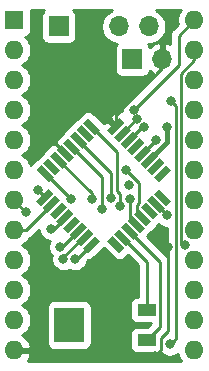
<source format=gbr>
%TF.GenerationSoftware,KiCad,Pcbnew,(5.1.6)-1*%
%TF.CreationDate,2021-07-23T13:19:56-04:00*%
%TF.ProjectId,RTC-12887-switch,5254432d-3132-4383-9837-2d7377697463,rev?*%
%TF.SameCoordinates,Original*%
%TF.FileFunction,Copper,L2,Bot*%
%TF.FilePolarity,Positive*%
%FSLAX46Y46*%
G04 Gerber Fmt 4.6, Leading zero omitted, Abs format (unit mm)*
G04 Created by KiCad (PCBNEW (5.1.6)-1) date 2021-07-23 13:19:56*
%MOMM*%
%LPD*%
G01*
G04 APERTURE LIST*
%TA.AperFunction,ComponentPad*%
%ADD10R,1.700000X1.700000*%
%TD*%
%TA.AperFunction,ComponentPad*%
%ADD11O,1.700000X1.700000*%
%TD*%
%TA.AperFunction,SMDPad,CuDef*%
%ADD12R,1.600000X1.000000*%
%TD*%
%TA.AperFunction,SMDPad,CuDef*%
%ADD13R,2.500000X3.000000*%
%TD*%
%TA.AperFunction,ComponentPad*%
%ADD14R,1.600000X1.600000*%
%TD*%
%TA.AperFunction,ComponentPad*%
%ADD15O,1.600000X1.600000*%
%TD*%
%TA.AperFunction,SMDPad,CuDef*%
%ADD16C,0.100000*%
%TD*%
%TA.AperFunction,ViaPad*%
%ADD17C,0.800000*%
%TD*%
%TA.AperFunction,Conductor*%
%ADD18C,0.250000*%
%TD*%
%TA.AperFunction,Conductor*%
%ADD19C,0.400000*%
%TD*%
%TA.AperFunction,Conductor*%
%ADD20C,0.254000*%
%TD*%
G04 APERTURE END LIST*
D10*
%TO.P,J1,1*%
%TO.N,/BC*%
X121412000Y-78359000D03*
D11*
%TO.P,J1,3*%
%TO.N,/COM*%
X126492000Y-78359000D03*
%TO.P,J1,4*%
X129032000Y-78359000D03*
%TD*%
D12*
%TO.P,Y1,1*%
%TO.N,/X1*%
X128847000Y-104902000D03*
%TO.P,Y1,2*%
%TO.N,/X2*%
X128847000Y-102362000D03*
D13*
%TO.P,Y1,3*%
%TO.N,N/C*%
X122297000Y-103632000D03*
%TD*%
D14*
%TO.P,IC2,1*%
%TO.N,/MOT*%
X117653001Y-77825001D03*
D15*
%TO.P,IC2,13*%
%TO.N,/CS*%
X132893001Y-105765001D03*
%TO.P,IC2,2*%
%TO.N,Net-(IC2-Pad2)*%
X117653001Y-80365001D03*
%TO.P,IC2,14*%
%TO.N,/AS*%
X132893001Y-103225001D03*
%TO.P,IC2,3*%
%TO.N,Net-(IC2-Pad3)*%
X117653001Y-82905001D03*
%TO.P,IC2,15*%
%TO.N,/RW*%
X132893001Y-100685001D03*
%TO.P,IC2,4*%
%TO.N,/AD0*%
X117653001Y-85445001D03*
%TO.P,IC2,16*%
%TO.N,Net-(IC2-Pad16)*%
X132893001Y-98145001D03*
%TO.P,IC2,5*%
%TO.N,/AD1*%
X117653001Y-87985001D03*
%TO.P,IC2,17*%
%TO.N,/DS*%
X132893001Y-95605001D03*
%TO.P,IC2,6*%
%TO.N,/AD2*%
X117653001Y-90525001D03*
%TO.P,IC2,18*%
%TO.N,/RESET*%
X132893001Y-93065001D03*
%TO.P,IC2,7*%
%TO.N,/AD3*%
X117653001Y-93065001D03*
%TO.P,IC2,19*%
%TO.N,/IRQ*%
X132893001Y-90525001D03*
%TO.P,IC2,8*%
%TO.N,/AD4*%
X117653001Y-95605001D03*
%TO.P,IC2,20*%
%TO.N,Net-(IC2-Pad20)*%
X132893001Y-87985001D03*
%TO.P,IC2,9*%
%TO.N,/AD5*%
X117653001Y-98145001D03*
%TO.P,IC2,21*%
%TO.N,Net-(IC2-Pad21)*%
X132893001Y-85445001D03*
%TO.P,IC2,10*%
%TO.N,/AD6*%
X117653001Y-100685001D03*
%TO.P,IC2,22*%
%TO.N,Net-(IC2-Pad22)*%
X132893001Y-82905001D03*
%TO.P,IC2,11*%
%TO.N,/AD7*%
X117653001Y-103225001D03*
%TO.P,IC2,23*%
%TO.N,/SQW*%
X132893001Y-80365001D03*
%TO.P,IC2,12*%
%TO.N,GND*%
X117653001Y-105765001D03*
%TO.P,IC2,24*%
%TO.N,/VCC*%
X132893001Y-77825001D03*
%TD*%
D10*
%TO.P,EN,1*%
%TO.N,/COM*%
X127635000Y-81153000D03*
D11*
%TO.P,EN,2*%
%TO.N,GND*%
X130175000Y-81153000D03*
%TD*%
%TA.AperFunction,SMDPad,CuDef*%
D16*
%TO.P,IC1,1*%
%TO.N,/AD0*%
G36*
X123471557Y-97106977D02*
G01*
X124514539Y-96063995D01*
X124938803Y-96488259D01*
X123895821Y-97531241D01*
X123471557Y-97106977D01*
G37*
%TD.AperFunction*%
%TA.AperFunction,SMDPad,CuDef*%
%TO.P,IC1,2*%
%TO.N,/AD1*%
G36*
X122905872Y-96541291D02*
G01*
X123948854Y-95498309D01*
X124373118Y-95922573D01*
X123330136Y-96965555D01*
X122905872Y-96541291D01*
G37*
%TD.AperFunction*%
%TA.AperFunction,SMDPad,CuDef*%
%TO.P,IC1,3*%
%TO.N,/AD2*%
G36*
X122340187Y-95975606D02*
G01*
X123383169Y-94932624D01*
X123807433Y-95356888D01*
X122764451Y-96399870D01*
X122340187Y-95975606D01*
G37*
%TD.AperFunction*%
%TA.AperFunction,SMDPad,CuDef*%
%TO.P,IC1,4*%
%TO.N,Net-(IC1-Pad4)*%
G36*
X121774501Y-95409920D02*
G01*
X122817483Y-94366938D01*
X123241747Y-94791202D01*
X122198765Y-95834184D01*
X121774501Y-95409920D01*
G37*
%TD.AperFunction*%
%TA.AperFunction,SMDPad,CuDef*%
%TO.P,IC1,5*%
%TO.N,/AD3*%
G36*
X121208816Y-94844235D02*
G01*
X122251798Y-93801253D01*
X122676062Y-94225517D01*
X121633080Y-95268499D01*
X121208816Y-94844235D01*
G37*
%TD.AperFunction*%
%TA.AperFunction,SMDPad,CuDef*%
%TO.P,IC1,6*%
%TO.N,Net-(IC1-Pad6)*%
G36*
X120643130Y-94278549D02*
G01*
X121686112Y-93235567D01*
X122110376Y-93659831D01*
X121067394Y-94702813D01*
X120643130Y-94278549D01*
G37*
%TD.AperFunction*%
%TA.AperFunction,SMDPad,CuDef*%
%TO.P,IC1,7*%
%TO.N,/AD4*%
G36*
X120077445Y-93712864D02*
G01*
X121120427Y-92669882D01*
X121544691Y-93094146D01*
X120501709Y-94137128D01*
X120077445Y-93712864D01*
G37*
%TD.AperFunction*%
%TA.AperFunction,SMDPad,CuDef*%
%TO.P,IC1,8*%
%TO.N,/AD5*%
G36*
X119511759Y-93147179D02*
G01*
X120554741Y-92104197D01*
X120979005Y-92528461D01*
X119936023Y-93571443D01*
X119511759Y-93147179D01*
G37*
%TD.AperFunction*%
%TA.AperFunction,SMDPad,CuDef*%
%TO.P,IC1,9*%
%TO.N,/AD6*%
G36*
X120554741Y-91537803D02*
G01*
X119511759Y-90494821D01*
X119936023Y-90070557D01*
X120979005Y-91113539D01*
X120554741Y-91537803D01*
G37*
%TD.AperFunction*%
%TA.AperFunction,SMDPad,CuDef*%
%TO.P,IC1,10*%
%TO.N,Net-(IC1-Pad10)*%
G36*
X121120427Y-90972118D02*
G01*
X120077445Y-89929136D01*
X120501709Y-89504872D01*
X121544691Y-90547854D01*
X121120427Y-90972118D01*
G37*
%TD.AperFunction*%
%TA.AperFunction,SMDPad,CuDef*%
%TO.P,IC1,11*%
%TO.N,/AD7*%
G36*
X121686112Y-90406433D02*
G01*
X120643130Y-89363451D01*
X121067394Y-88939187D01*
X122110376Y-89982169D01*
X121686112Y-90406433D01*
G37*
%TD.AperFunction*%
%TA.AperFunction,SMDPad,CuDef*%
%TO.P,IC1,12*%
%TO.N,GND*%
G36*
X122251798Y-89840747D02*
G01*
X121208816Y-88797765D01*
X121633080Y-88373501D01*
X122676062Y-89416483D01*
X122251798Y-89840747D01*
G37*
%TD.AperFunction*%
%TA.AperFunction,SMDPad,CuDef*%
%TO.P,IC1,13*%
%TO.N,/CS*%
G36*
X122817483Y-89275062D02*
G01*
X121774501Y-88232080D01*
X122198765Y-87807816D01*
X123241747Y-88850798D01*
X122817483Y-89275062D01*
G37*
%TD.AperFunction*%
%TA.AperFunction,SMDPad,CuDef*%
%TO.P,IC1,14*%
%TO.N,/AS*%
G36*
X123383169Y-88709376D02*
G01*
X122340187Y-87666394D01*
X122764451Y-87242130D01*
X123807433Y-88285112D01*
X123383169Y-88709376D01*
G37*
%TD.AperFunction*%
%TA.AperFunction,SMDPad,CuDef*%
%TO.P,IC1,15*%
%TO.N,Net-(IC1-Pad15)*%
G36*
X123948854Y-88143691D02*
G01*
X122905872Y-87100709D01*
X123330136Y-86676445D01*
X124373118Y-87719427D01*
X123948854Y-88143691D01*
G37*
%TD.AperFunction*%
%TA.AperFunction,SMDPad,CuDef*%
%TO.P,IC1,16*%
%TO.N,/RW*%
G36*
X124514539Y-87578005D02*
G01*
X123471557Y-86535023D01*
X123895821Y-86110759D01*
X124938803Y-87153741D01*
X124514539Y-87578005D01*
G37*
%TD.AperFunction*%
%TA.AperFunction,SMDPad,CuDef*%
%TO.P,IC1,17*%
%TO.N,GND*%
G36*
X125505197Y-87153741D02*
G01*
X126548179Y-86110759D01*
X126972443Y-86535023D01*
X125929461Y-87578005D01*
X125505197Y-87153741D01*
G37*
%TD.AperFunction*%
%TA.AperFunction,SMDPad,CuDef*%
%TO.P,IC1,18*%
%TO.N,/DS*%
G36*
X126070882Y-87719427D02*
G01*
X127113864Y-86676445D01*
X127538128Y-87100709D01*
X126495146Y-88143691D01*
X126070882Y-87719427D01*
G37*
%TD.AperFunction*%
%TA.AperFunction,SMDPad,CuDef*%
%TO.P,IC1,19*%
%TO.N,/RESET*%
G36*
X126636567Y-88285112D02*
G01*
X127679549Y-87242130D01*
X128103813Y-87666394D01*
X127060831Y-88709376D01*
X126636567Y-88285112D01*
G37*
%TD.AperFunction*%
%TA.AperFunction,SMDPad,CuDef*%
%TO.P,IC1,20*%
%TO.N,Net-(IC1-Pad20)*%
G36*
X127202253Y-88850798D02*
G01*
X128245235Y-87807816D01*
X128669499Y-88232080D01*
X127626517Y-89275062D01*
X127202253Y-88850798D01*
G37*
%TD.AperFunction*%
%TA.AperFunction,SMDPad,CuDef*%
%TO.P,IC1,21*%
%TO.N,/IRQ*%
G36*
X127767938Y-89416483D02*
G01*
X128810920Y-88373501D01*
X129235184Y-88797765D01*
X128192202Y-89840747D01*
X127767938Y-89416483D01*
G37*
%TD.AperFunction*%
%TA.AperFunction,SMDPad,CuDef*%
%TO.P,IC1,22*%
%TO.N,/BC*%
G36*
X128333624Y-89982169D02*
G01*
X129376606Y-88939187D01*
X129800870Y-89363451D01*
X128757888Y-90406433D01*
X128333624Y-89982169D01*
G37*
%TD.AperFunction*%
%TA.AperFunction,SMDPad,CuDef*%
%TO.P,IC1,23*%
%TO.N,Net-(IC1-Pad23)*%
G36*
X128899309Y-90547854D02*
G01*
X129942291Y-89504872D01*
X130366555Y-89929136D01*
X129323573Y-90972118D01*
X128899309Y-90547854D01*
G37*
%TD.AperFunction*%
%TA.AperFunction,SMDPad,CuDef*%
%TO.P,IC1,24*%
%TO.N,Net-(IC1-Pad24)*%
G36*
X129464995Y-91113539D02*
G01*
X130507977Y-90070557D01*
X130932241Y-90494821D01*
X129889259Y-91537803D01*
X129464995Y-91113539D01*
G37*
%TD.AperFunction*%
%TA.AperFunction,SMDPad,CuDef*%
%TO.P,IC1,25*%
%TO.N,Net-(IC1-Pad25)*%
G36*
X130507977Y-93571443D02*
G01*
X129464995Y-92528461D01*
X129889259Y-92104197D01*
X130932241Y-93147179D01*
X130507977Y-93571443D01*
G37*
%TD.AperFunction*%
%TA.AperFunction,SMDPad,CuDef*%
%TO.P,IC1,26*%
%TO.N,/SQW*%
G36*
X129942291Y-94137128D02*
G01*
X128899309Y-93094146D01*
X129323573Y-92669882D01*
X130366555Y-93712864D01*
X129942291Y-94137128D01*
G37*
%TD.AperFunction*%
%TA.AperFunction,SMDPad,CuDef*%
%TO.P,IC1,27*%
%TO.N,Net-(IC1-Pad27)*%
G36*
X129376606Y-94702813D02*
G01*
X128333624Y-93659831D01*
X128757888Y-93235567D01*
X129800870Y-94278549D01*
X129376606Y-94702813D01*
G37*
%TD.AperFunction*%
%TA.AperFunction,SMDPad,CuDef*%
%TO.P,IC1,28*%
%TO.N,/VCC*%
G36*
X128810920Y-95268499D02*
G01*
X127767938Y-94225517D01*
X128192202Y-93801253D01*
X129235184Y-94844235D01*
X128810920Y-95268499D01*
G37*
%TD.AperFunction*%
%TA.AperFunction,SMDPad,CuDef*%
%TO.P,IC1,29*%
%TO.N,/MOT*%
G36*
X128245235Y-95834184D02*
G01*
X127202253Y-94791202D01*
X127626517Y-94366938D01*
X128669499Y-95409920D01*
X128245235Y-95834184D01*
G37*
%TD.AperFunction*%
%TA.AperFunction,SMDPad,CuDef*%
%TO.P,IC1,30*%
%TO.N,/X1*%
G36*
X127679549Y-96399870D02*
G01*
X126636567Y-95356888D01*
X127060831Y-94932624D01*
X128103813Y-95975606D01*
X127679549Y-96399870D01*
G37*
%TD.AperFunction*%
%TA.AperFunction,SMDPad,CuDef*%
%TO.P,IC1,31*%
%TO.N,/X2*%
G36*
X127113864Y-96965555D02*
G01*
X126070882Y-95922573D01*
X126495146Y-95498309D01*
X127538128Y-96541291D01*
X127113864Y-96965555D01*
G37*
%TD.AperFunction*%
%TA.AperFunction,SMDPad,CuDef*%
%TO.P,IC1,32*%
%TO.N,Net-(IC1-Pad32)*%
G36*
X126548179Y-97531241D02*
G01*
X125505197Y-96488259D01*
X125929461Y-96063995D01*
X126972443Y-97106977D01*
X126548179Y-97531241D01*
G37*
%TD.AperFunction*%
%TD*%
D17*
%TO.N,GND*%
X127381000Y-91821000D03*
X120650000Y-87122000D03*
X119888000Y-99314000D03*
X119888000Y-101854000D03*
X123444000Y-81661000D03*
X125539500Y-86169500D03*
X130683000Y-97028000D03*
X129540000Y-106299000D03*
%TO.N,/MOT*%
X127469017Y-92945222D03*
%TO.N,/AD0*%
X122821692Y-98031306D03*
%TO.N,/AD1*%
X121793000Y-98044000D03*
%TO.N,/AD2*%
X121539000Y-97028000D03*
%TO.N,/AD3*%
X118618000Y-94107000D03*
X120733957Y-95480057D03*
%TO.N,/AD5*%
X119634000Y-92202000D03*
%TO.N,/AD6*%
X122428000Y-92964014D03*
%TO.N,/AD7*%
X124206004Y-92964000D03*
%TO.N,/CS*%
X125101409Y-93790270D03*
%TO.N,/AS*%
X125826419Y-92892459D03*
%TO.N,/RW*%
X126619000Y-93599004D03*
%TO.N,/DS*%
X128016000Y-86233000D03*
%TO.N,/RESET*%
X128651000Y-86868000D03*
%TO.N,/IRQ*%
X129628990Y-87976336D03*
%TO.N,/BC*%
X130556000Y-86868000D03*
%TO.N,/SQW*%
X132080000Y-96901000D03*
X130556000Y-94361000D03*
%TO.N,/VCC*%
X127127000Y-90551000D03*
X127762000Y-85405002D03*
%TO.N,/COM*%
X130810000Y-105283000D03*
X130937000Y-84709000D03*
%TD*%
D18*
%TO.N,/X1*%
X129972001Y-98268058D02*
X127370190Y-95666247D01*
X129972001Y-103776999D02*
X129972001Y-98268058D01*
X128847000Y-104902000D02*
X129972001Y-103776999D01*
%TO.N,GND*%
X120650000Y-87814685D02*
X121942439Y-89107124D01*
X120650000Y-87122000D02*
X120650000Y-87814685D01*
X130175000Y-81919000D02*
X130175000Y-81153000D01*
X126238820Y-85855180D02*
X130175000Y-81919000D01*
X126238820Y-86844382D02*
X126238820Y-85855180D01*
X124841000Y-85471000D02*
X122301000Y-85471000D01*
X126238820Y-86844382D02*
X126214382Y-86844382D01*
X122301000Y-85471000D02*
X120650000Y-87122000D01*
X126214382Y-86844382D02*
X125539500Y-86169500D01*
X125539500Y-86169500D02*
X124841000Y-85471000D01*
X130048000Y-104775000D02*
X130048000Y-105791000D01*
X130683000Y-97028000D02*
X130683000Y-104140000D01*
X130048000Y-105791000D02*
X129540000Y-106299000D01*
X130683000Y-104140000D02*
X130048000Y-104775000D01*
%TO.N,/X2*%
X128847000Y-98274427D02*
X126804505Y-96231932D01*
X128847000Y-102362000D02*
X128847000Y-98274427D01*
%TO.N,/MOT*%
X127442928Y-94607613D02*
X127442928Y-92971311D01*
X127442928Y-92971311D02*
X127469017Y-92945222D01*
X127935876Y-95100561D02*
X127442928Y-94607613D01*
%TO.N,/AD0*%
X122971492Y-98031306D02*
X122821692Y-98031306D01*
X124205180Y-96797618D02*
X122971492Y-98031306D01*
%TO.N,/AD1*%
X123639495Y-96231932D02*
X123605062Y-96231932D01*
X121793000Y-97885380D02*
X123446448Y-96231932D01*
X121793000Y-98044000D02*
X121793000Y-97885380D01*
X123446448Y-96231932D02*
X123639495Y-96231932D01*
%TO.N,/AD2*%
X123073810Y-95666247D02*
X123073810Y-95910612D01*
X121712057Y-97028000D02*
X123073810Y-95666247D01*
X121539000Y-97028000D02*
X121712057Y-97028000D01*
%TO.N,/AD3*%
X117653001Y-93142001D02*
X118618000Y-94107000D01*
X117653001Y-93065001D02*
X117653001Y-93142001D01*
X120997258Y-95480057D02*
X120733957Y-95480057D01*
X121942439Y-94534876D02*
X120997258Y-95480057D01*
%TO.N,/AD4*%
X118609572Y-95605001D02*
X120811068Y-93403505D01*
X117653001Y-95605001D02*
X118609572Y-95605001D01*
%TO.N,/AD5*%
X119634000Y-92226438D02*
X120245382Y-92837820D01*
X119634000Y-92202000D02*
X119634000Y-92226438D01*
%TO.N,/AD6*%
X122405216Y-92964014D02*
X122428000Y-92964014D01*
X120245382Y-90804180D02*
X122405216Y-92964014D01*
%TO.N,/AD7*%
X124206004Y-92502061D02*
X124206004Y-92964000D01*
X121376753Y-89672810D02*
X124206004Y-92502061D01*
%TO.N,/CS*%
X132893001Y-105765001D02*
X132359999Y-105765001D01*
X122508124Y-88541439D02*
X125101409Y-91134724D01*
X125101409Y-91134724D02*
X125101409Y-93790270D01*
%TO.N,/AS*%
X125826419Y-90728362D02*
X125826419Y-92326774D01*
X123073810Y-87975753D02*
X125826419Y-90728362D01*
X125826419Y-92326774D02*
X125826419Y-92892459D01*
%TO.N,/RW*%
X126365000Y-92271998D02*
X126619000Y-92525998D01*
X124205180Y-86844382D02*
X126365000Y-89004202D01*
X126365000Y-89004202D02*
X126365000Y-92271998D01*
X126619000Y-92525998D02*
X126619000Y-93599004D01*
%TO.N,/DS*%
X127981573Y-86233000D02*
X126804505Y-87410068D01*
X128016000Y-86233000D02*
X127981573Y-86233000D01*
%TO.N,/RESET*%
X128477943Y-86868000D02*
X127370190Y-87975753D01*
X128651000Y-86868000D02*
X128477943Y-86868000D01*
%TO.N,/IRQ*%
X129628990Y-87979695D02*
X129628990Y-87976336D01*
X128501561Y-89107124D02*
X129628990Y-87979695D01*
D19*
%TO.N,/BC*%
X130556000Y-88184057D02*
X130556000Y-86868000D01*
X129067247Y-89672810D02*
X130556000Y-88184057D01*
D18*
%TO.N,/SQW*%
X132893001Y-81228999D02*
X131768000Y-82354000D01*
X132893001Y-80365001D02*
X132893001Y-81228999D01*
X131768000Y-82354000D02*
X131768000Y-93593500D01*
X131768000Y-93593500D02*
X131768000Y-96716000D01*
X131768000Y-96716000D02*
X131953000Y-96901000D01*
X130556000Y-94326573D02*
X129632932Y-93403505D01*
X130556000Y-94361000D02*
X130556000Y-94326573D01*
%TO.N,/VCC*%
X131572000Y-79146002D02*
X132893001Y-77825001D01*
X127762000Y-85405002D02*
X131572000Y-81595002D01*
X131572000Y-81595002D02*
X131572000Y-79146002D01*
X127127000Y-90551000D02*
X128194018Y-91618018D01*
X128008614Y-94041929D02*
X128501561Y-94534876D01*
X128194018Y-93293223D02*
X128008614Y-93478627D01*
X128008614Y-93478627D02*
X128008614Y-94041929D01*
X128194018Y-91618018D02*
X128194018Y-93293223D01*
%TO.N,/COM*%
X130937000Y-84709000D02*
X131318000Y-85090000D01*
X131318000Y-104775000D02*
X131127500Y-104965500D01*
X131318000Y-85090000D02*
X131318000Y-104775000D01*
X131281001Y-104811999D02*
X131127500Y-104965500D01*
X131127500Y-104965500D02*
X130810000Y-105283000D01*
%TD*%
D20*
%TO.N,GND*%
G36*
X119738731Y-95781955D02*
G01*
X119816752Y-95970313D01*
X119930020Y-96139831D01*
X120074183Y-96283994D01*
X120243701Y-96397262D01*
X120432059Y-96475283D01*
X120632018Y-96515057D01*
X120636954Y-96515057D01*
X120621795Y-96537744D01*
X120543774Y-96726102D01*
X120504000Y-96926061D01*
X120504000Y-97129939D01*
X120543774Y-97329898D01*
X120621795Y-97518256D01*
X120735063Y-97687774D01*
X120796383Y-97749094D01*
X120758000Y-97942061D01*
X120758000Y-98145939D01*
X120797774Y-98345898D01*
X120875795Y-98534256D01*
X120989063Y-98703774D01*
X121133226Y-98847937D01*
X121302744Y-98961205D01*
X121491102Y-99039226D01*
X121691061Y-99079000D01*
X121894939Y-99079000D01*
X122094898Y-99039226D01*
X122283256Y-98961205D01*
X122316845Y-98938762D01*
X122331436Y-98948511D01*
X122519794Y-99026532D01*
X122719753Y-99066306D01*
X122923631Y-99066306D01*
X123123590Y-99026532D01*
X123311948Y-98948511D01*
X123481466Y-98835243D01*
X123625629Y-98691080D01*
X123738897Y-98521562D01*
X123816918Y-98333204D01*
X123834925Y-98242674D01*
X123909648Y-98167951D01*
X124020303Y-98157053D01*
X124140001Y-98120743D01*
X124250315Y-98061778D01*
X124347006Y-97982426D01*
X125222000Y-97107432D01*
X126096994Y-97982426D01*
X126193685Y-98061778D01*
X126303999Y-98120743D01*
X126423697Y-98157053D01*
X126548179Y-98169313D01*
X126672661Y-98157053D01*
X126792359Y-98120743D01*
X126902673Y-98061778D01*
X126999364Y-97982426D01*
X127239781Y-97742009D01*
X128087001Y-98589230D01*
X128087000Y-101223928D01*
X128047000Y-101223928D01*
X127922518Y-101236188D01*
X127802820Y-101272498D01*
X127692506Y-101331463D01*
X127595815Y-101410815D01*
X127516463Y-101507506D01*
X127457498Y-101617820D01*
X127421188Y-101737518D01*
X127408928Y-101862000D01*
X127408928Y-102862000D01*
X127421188Y-102986482D01*
X127457498Y-103106180D01*
X127516463Y-103216494D01*
X127595815Y-103313185D01*
X127692506Y-103392537D01*
X127802820Y-103451502D01*
X127922518Y-103487812D01*
X128047000Y-103500072D01*
X129174126Y-103500072D01*
X128910270Y-103763928D01*
X128047000Y-103763928D01*
X127922518Y-103776188D01*
X127802820Y-103812498D01*
X127692506Y-103871463D01*
X127595815Y-103950815D01*
X127516463Y-104047506D01*
X127457498Y-104157820D01*
X127421188Y-104277518D01*
X127408928Y-104402000D01*
X127408928Y-105402000D01*
X127421188Y-105526482D01*
X127457498Y-105646180D01*
X127516463Y-105756494D01*
X127595815Y-105853185D01*
X127692506Y-105932537D01*
X127802820Y-105991502D01*
X127922518Y-106027812D01*
X128047000Y-106040072D01*
X129647000Y-106040072D01*
X129771482Y-106027812D01*
X129891180Y-105991502D01*
X129999821Y-105933431D01*
X130006063Y-105942774D01*
X130150226Y-106086937D01*
X130319744Y-106200205D01*
X130508102Y-106278226D01*
X130708061Y-106318000D01*
X130911939Y-106318000D01*
X131111898Y-106278226D01*
X131300256Y-106200205D01*
X131469774Y-106086937D01*
X131489918Y-106066793D01*
X131513148Y-106183575D01*
X131621321Y-106444728D01*
X131761820Y-106655000D01*
X118770939Y-106655000D01*
X118884038Y-106502421D01*
X119004247Y-106248088D01*
X119044905Y-106114040D01*
X118922916Y-105892001D01*
X117780001Y-105892001D01*
X117780001Y-105912001D01*
X117526001Y-105912001D01*
X117526001Y-105892001D01*
X117506001Y-105892001D01*
X117506001Y-105638001D01*
X117526001Y-105638001D01*
X117526001Y-105618001D01*
X117780001Y-105618001D01*
X117780001Y-105638001D01*
X118922916Y-105638001D01*
X119044905Y-105415962D01*
X119004247Y-105281914D01*
X118884038Y-105027581D01*
X118716520Y-104801587D01*
X118508132Y-104612616D01*
X118322136Y-104501068D01*
X118332728Y-104496681D01*
X118567760Y-104339638D01*
X118767638Y-104139760D01*
X118924681Y-103904728D01*
X119032854Y-103643575D01*
X119088001Y-103366336D01*
X119088001Y-103083666D01*
X119032854Y-102806427D01*
X118924681Y-102545274D01*
X118767638Y-102310242D01*
X118589396Y-102132000D01*
X120408928Y-102132000D01*
X120408928Y-105132000D01*
X120421188Y-105256482D01*
X120457498Y-105376180D01*
X120516463Y-105486494D01*
X120595815Y-105583185D01*
X120692506Y-105662537D01*
X120802820Y-105721502D01*
X120922518Y-105757812D01*
X121047000Y-105770072D01*
X123547000Y-105770072D01*
X123671482Y-105757812D01*
X123791180Y-105721502D01*
X123901494Y-105662537D01*
X123998185Y-105583185D01*
X124077537Y-105486494D01*
X124136502Y-105376180D01*
X124172812Y-105256482D01*
X124185072Y-105132000D01*
X124185072Y-102132000D01*
X124172812Y-102007518D01*
X124136502Y-101887820D01*
X124077537Y-101777506D01*
X123998185Y-101680815D01*
X123901494Y-101601463D01*
X123791180Y-101542498D01*
X123671482Y-101506188D01*
X123547000Y-101493928D01*
X121047000Y-101493928D01*
X120922518Y-101506188D01*
X120802820Y-101542498D01*
X120692506Y-101601463D01*
X120595815Y-101680815D01*
X120516463Y-101777506D01*
X120457498Y-101887820D01*
X120421188Y-102007518D01*
X120408928Y-102132000D01*
X118589396Y-102132000D01*
X118567760Y-102110364D01*
X118335242Y-101955001D01*
X118567760Y-101799638D01*
X118767638Y-101599760D01*
X118924681Y-101364728D01*
X119032854Y-101103575D01*
X119088001Y-100826336D01*
X119088001Y-100543666D01*
X119032854Y-100266427D01*
X118924681Y-100005274D01*
X118767638Y-99770242D01*
X118567760Y-99570364D01*
X118335242Y-99415001D01*
X118567760Y-99259638D01*
X118767638Y-99059760D01*
X118924681Y-98824728D01*
X119032854Y-98563575D01*
X119088001Y-98286336D01*
X119088001Y-98003666D01*
X119032854Y-97726427D01*
X118924681Y-97465274D01*
X118767638Y-97230242D01*
X118567760Y-97030364D01*
X118335242Y-96875001D01*
X118567760Y-96719638D01*
X118767638Y-96519760D01*
X118910546Y-96305882D01*
X119033848Y-96239975D01*
X119149573Y-96145002D01*
X119173376Y-96115998D01*
X119700354Y-95589020D01*
X119738731Y-95781955D01*
G37*
X119738731Y-95781955D02*
X119816752Y-95970313D01*
X119930020Y-96139831D01*
X120074183Y-96283994D01*
X120243701Y-96397262D01*
X120432059Y-96475283D01*
X120632018Y-96515057D01*
X120636954Y-96515057D01*
X120621795Y-96537744D01*
X120543774Y-96726102D01*
X120504000Y-96926061D01*
X120504000Y-97129939D01*
X120543774Y-97329898D01*
X120621795Y-97518256D01*
X120735063Y-97687774D01*
X120796383Y-97749094D01*
X120758000Y-97942061D01*
X120758000Y-98145939D01*
X120797774Y-98345898D01*
X120875795Y-98534256D01*
X120989063Y-98703774D01*
X121133226Y-98847937D01*
X121302744Y-98961205D01*
X121491102Y-99039226D01*
X121691061Y-99079000D01*
X121894939Y-99079000D01*
X122094898Y-99039226D01*
X122283256Y-98961205D01*
X122316845Y-98938762D01*
X122331436Y-98948511D01*
X122519794Y-99026532D01*
X122719753Y-99066306D01*
X122923631Y-99066306D01*
X123123590Y-99026532D01*
X123311948Y-98948511D01*
X123481466Y-98835243D01*
X123625629Y-98691080D01*
X123738897Y-98521562D01*
X123816918Y-98333204D01*
X123834925Y-98242674D01*
X123909648Y-98167951D01*
X124020303Y-98157053D01*
X124140001Y-98120743D01*
X124250315Y-98061778D01*
X124347006Y-97982426D01*
X125222000Y-97107432D01*
X126096994Y-97982426D01*
X126193685Y-98061778D01*
X126303999Y-98120743D01*
X126423697Y-98157053D01*
X126548179Y-98169313D01*
X126672661Y-98157053D01*
X126792359Y-98120743D01*
X126902673Y-98061778D01*
X126999364Y-97982426D01*
X127239781Y-97742009D01*
X128087001Y-98589230D01*
X128087000Y-101223928D01*
X128047000Y-101223928D01*
X127922518Y-101236188D01*
X127802820Y-101272498D01*
X127692506Y-101331463D01*
X127595815Y-101410815D01*
X127516463Y-101507506D01*
X127457498Y-101617820D01*
X127421188Y-101737518D01*
X127408928Y-101862000D01*
X127408928Y-102862000D01*
X127421188Y-102986482D01*
X127457498Y-103106180D01*
X127516463Y-103216494D01*
X127595815Y-103313185D01*
X127692506Y-103392537D01*
X127802820Y-103451502D01*
X127922518Y-103487812D01*
X128047000Y-103500072D01*
X129174126Y-103500072D01*
X128910270Y-103763928D01*
X128047000Y-103763928D01*
X127922518Y-103776188D01*
X127802820Y-103812498D01*
X127692506Y-103871463D01*
X127595815Y-103950815D01*
X127516463Y-104047506D01*
X127457498Y-104157820D01*
X127421188Y-104277518D01*
X127408928Y-104402000D01*
X127408928Y-105402000D01*
X127421188Y-105526482D01*
X127457498Y-105646180D01*
X127516463Y-105756494D01*
X127595815Y-105853185D01*
X127692506Y-105932537D01*
X127802820Y-105991502D01*
X127922518Y-106027812D01*
X128047000Y-106040072D01*
X129647000Y-106040072D01*
X129771482Y-106027812D01*
X129891180Y-105991502D01*
X129999821Y-105933431D01*
X130006063Y-105942774D01*
X130150226Y-106086937D01*
X130319744Y-106200205D01*
X130508102Y-106278226D01*
X130708061Y-106318000D01*
X130911939Y-106318000D01*
X131111898Y-106278226D01*
X131300256Y-106200205D01*
X131469774Y-106086937D01*
X131489918Y-106066793D01*
X131513148Y-106183575D01*
X131621321Y-106444728D01*
X131761820Y-106655000D01*
X118770939Y-106655000D01*
X118884038Y-106502421D01*
X119004247Y-106248088D01*
X119044905Y-106114040D01*
X118922916Y-105892001D01*
X117780001Y-105892001D01*
X117780001Y-105912001D01*
X117526001Y-105912001D01*
X117526001Y-105892001D01*
X117506001Y-105892001D01*
X117506001Y-105638001D01*
X117526001Y-105638001D01*
X117526001Y-105618001D01*
X117780001Y-105618001D01*
X117780001Y-105638001D01*
X118922916Y-105638001D01*
X119044905Y-105415962D01*
X119004247Y-105281914D01*
X118884038Y-105027581D01*
X118716520Y-104801587D01*
X118508132Y-104612616D01*
X118322136Y-104501068D01*
X118332728Y-104496681D01*
X118567760Y-104339638D01*
X118767638Y-104139760D01*
X118924681Y-103904728D01*
X119032854Y-103643575D01*
X119088001Y-103366336D01*
X119088001Y-103083666D01*
X119032854Y-102806427D01*
X118924681Y-102545274D01*
X118767638Y-102310242D01*
X118589396Y-102132000D01*
X120408928Y-102132000D01*
X120408928Y-105132000D01*
X120421188Y-105256482D01*
X120457498Y-105376180D01*
X120516463Y-105486494D01*
X120595815Y-105583185D01*
X120692506Y-105662537D01*
X120802820Y-105721502D01*
X120922518Y-105757812D01*
X121047000Y-105770072D01*
X123547000Y-105770072D01*
X123671482Y-105757812D01*
X123791180Y-105721502D01*
X123901494Y-105662537D01*
X123998185Y-105583185D01*
X124077537Y-105486494D01*
X124136502Y-105376180D01*
X124172812Y-105256482D01*
X124185072Y-105132000D01*
X124185072Y-102132000D01*
X124172812Y-102007518D01*
X124136502Y-101887820D01*
X124077537Y-101777506D01*
X123998185Y-101680815D01*
X123901494Y-101601463D01*
X123791180Y-101542498D01*
X123671482Y-101506188D01*
X123547000Y-101493928D01*
X121047000Y-101493928D01*
X120922518Y-101506188D01*
X120802820Y-101542498D01*
X120692506Y-101601463D01*
X120595815Y-101680815D01*
X120516463Y-101777506D01*
X120457498Y-101887820D01*
X120421188Y-102007518D01*
X120408928Y-102132000D01*
X118589396Y-102132000D01*
X118567760Y-102110364D01*
X118335242Y-101955001D01*
X118567760Y-101799638D01*
X118767638Y-101599760D01*
X118924681Y-101364728D01*
X119032854Y-101103575D01*
X119088001Y-100826336D01*
X119088001Y-100543666D01*
X119032854Y-100266427D01*
X118924681Y-100005274D01*
X118767638Y-99770242D01*
X118567760Y-99570364D01*
X118335242Y-99415001D01*
X118567760Y-99259638D01*
X118767638Y-99059760D01*
X118924681Y-98824728D01*
X119032854Y-98563575D01*
X119088001Y-98286336D01*
X119088001Y-98003666D01*
X119032854Y-97726427D01*
X118924681Y-97465274D01*
X118767638Y-97230242D01*
X118567760Y-97030364D01*
X118335242Y-96875001D01*
X118567760Y-96719638D01*
X118767638Y-96519760D01*
X118910546Y-96305882D01*
X119033848Y-96239975D01*
X119149573Y-96145002D01*
X119173376Y-96115998D01*
X119700354Y-95589020D01*
X119738731Y-95781955D01*
G36*
X129896226Y-95164937D02*
G01*
X130065744Y-95278205D01*
X130254102Y-95356226D01*
X130454061Y-95396000D01*
X130558001Y-95396000D01*
X130558001Y-97784107D01*
X130552171Y-97777003D01*
X130535800Y-97757054D01*
X130535796Y-97757050D01*
X130512002Y-97728057D01*
X130483009Y-97704263D01*
X128880267Y-96101522D01*
X129120684Y-95861105D01*
X129184430Y-95783430D01*
X129262105Y-95719684D01*
X129686369Y-95295420D01*
X129750115Y-95217744D01*
X129827791Y-95153998D01*
X129856539Y-95125250D01*
X129896226Y-95164937D01*
G37*
X129896226Y-95164937D02*
X130065744Y-95278205D01*
X130254102Y-95356226D01*
X130454061Y-95396000D01*
X130558001Y-95396000D01*
X130558001Y-97784107D01*
X130552171Y-97777003D01*
X130535800Y-97757054D01*
X130535796Y-97757050D01*
X130512002Y-97728057D01*
X130483009Y-97704263D01*
X128880267Y-96101522D01*
X129120684Y-95861105D01*
X129184430Y-95783430D01*
X129262105Y-95719684D01*
X129686369Y-95295420D01*
X129750115Y-95217744D01*
X129827791Y-95153998D01*
X129856539Y-95125250D01*
X129896226Y-95164937D01*
G36*
X127411420Y-91910222D02*
G01*
X127367078Y-91910222D01*
X127167119Y-91949996D01*
X127132571Y-91964306D01*
X127129998Y-91962195D01*
X127125000Y-91957197D01*
X127125000Y-91623802D01*
X127411420Y-91910222D01*
G37*
X127411420Y-91910222D02*
X127367078Y-91910222D01*
X127167119Y-91949996D01*
X127132571Y-91964306D01*
X127129998Y-91962195D01*
X127125000Y-91957197D01*
X127125000Y-91623802D01*
X127411420Y-91910222D01*
G36*
X120110815Y-77057815D02*
G01*
X120031463Y-77154506D01*
X119972498Y-77264820D01*
X119936188Y-77384518D01*
X119923928Y-77509000D01*
X119923928Y-79209000D01*
X119936188Y-79333482D01*
X119972498Y-79453180D01*
X120031463Y-79563494D01*
X120110815Y-79660185D01*
X120207506Y-79739537D01*
X120317820Y-79798502D01*
X120437518Y-79834812D01*
X120562000Y-79847072D01*
X122262000Y-79847072D01*
X122386482Y-79834812D01*
X122506180Y-79798502D01*
X122616494Y-79739537D01*
X122713185Y-79660185D01*
X122792537Y-79563494D01*
X122851502Y-79453180D01*
X122887812Y-79333482D01*
X122900072Y-79209000D01*
X122900072Y-77509000D01*
X122887812Y-77384518D01*
X122851502Y-77264820D01*
X122792537Y-77154506D01*
X122713185Y-77057815D01*
X122626896Y-76987000D01*
X125923810Y-76987000D01*
X125788589Y-77043010D01*
X125545368Y-77205525D01*
X125338525Y-77412368D01*
X125176010Y-77655589D01*
X125064068Y-77925842D01*
X125007000Y-78212740D01*
X125007000Y-78505260D01*
X125064068Y-78792158D01*
X125176010Y-79062411D01*
X125338525Y-79305632D01*
X125545368Y-79512475D01*
X125788589Y-79674990D01*
X126058842Y-79786932D01*
X126343806Y-79843615D01*
X126333815Y-79851815D01*
X126254463Y-79948506D01*
X126195498Y-80058820D01*
X126159188Y-80178518D01*
X126146928Y-80303000D01*
X126146928Y-82003000D01*
X126159188Y-82127482D01*
X126195498Y-82247180D01*
X126254463Y-82357494D01*
X126333815Y-82454185D01*
X126430506Y-82533537D01*
X126540820Y-82592502D01*
X126660518Y-82628812D01*
X126785000Y-82641072D01*
X128485000Y-82641072D01*
X128609482Y-82628812D01*
X128729180Y-82592502D01*
X128839494Y-82533537D01*
X128936185Y-82454185D01*
X129015537Y-82357494D01*
X129074502Y-82247180D01*
X129098966Y-82166534D01*
X129174731Y-82250588D01*
X129408080Y-82424641D01*
X129583842Y-82508358D01*
X127722199Y-84370002D01*
X127660061Y-84370002D01*
X127460102Y-84409776D01*
X127271744Y-84487797D01*
X127102226Y-84601065D01*
X126958063Y-84745228D01*
X126844795Y-84914746D01*
X126766774Y-85103104D01*
X126727000Y-85303063D01*
X126727000Y-85501431D01*
X126672660Y-85484947D01*
X126548179Y-85472687D01*
X126423698Y-85484947D01*
X126304000Y-85521257D01*
X126193685Y-85580221D01*
X126096994Y-85659574D01*
X125779731Y-85981181D01*
X125779731Y-86205688D01*
X126230991Y-86656948D01*
X126051386Y-86836553D01*
X125600126Y-86385293D01*
X125375619Y-86385293D01*
X125223142Y-86535710D01*
X124347006Y-85659574D01*
X124250315Y-85580222D01*
X124140001Y-85521257D01*
X124020303Y-85484947D01*
X123895821Y-85472687D01*
X123771339Y-85484947D01*
X123651641Y-85521257D01*
X123541327Y-85580222D01*
X123444636Y-85659574D01*
X123020372Y-86083838D01*
X122956623Y-86161516D01*
X122878951Y-86225260D01*
X122454687Y-86649524D01*
X122390941Y-86727199D01*
X122313266Y-86790945D01*
X121889002Y-87215209D01*
X121825256Y-87292885D01*
X121747580Y-87356631D01*
X121323316Y-87780895D01*
X121259572Y-87858568D01*
X121181895Y-87922316D01*
X121173991Y-87934564D01*
X121173991Y-88024189D01*
X121148689Y-88107598D01*
X121136429Y-88232080D01*
X121143971Y-88308657D01*
X121067394Y-88301115D01*
X120942912Y-88313375D01*
X120859506Y-88338676D01*
X120769879Y-88338676D01*
X120757631Y-88346580D01*
X120693882Y-88424258D01*
X120616209Y-88488002D01*
X120191945Y-88912266D01*
X120128199Y-88989941D01*
X120050524Y-89053687D01*
X119626260Y-89477951D01*
X119562516Y-89555623D01*
X119484838Y-89619372D01*
X119060574Y-90043636D01*
X119024867Y-90087145D01*
X118924681Y-89845274D01*
X118767638Y-89610242D01*
X118567760Y-89410364D01*
X118335242Y-89255001D01*
X118567760Y-89099638D01*
X118767638Y-88899760D01*
X118924681Y-88664728D01*
X119032854Y-88403575D01*
X119088001Y-88126336D01*
X119088001Y-87843666D01*
X119032854Y-87566427D01*
X118924681Y-87305274D01*
X118767638Y-87070242D01*
X118567760Y-86870364D01*
X118335242Y-86715001D01*
X118567760Y-86559638D01*
X118767638Y-86359760D01*
X118924681Y-86124728D01*
X119032854Y-85863575D01*
X119088001Y-85586336D01*
X119088001Y-85303666D01*
X119032854Y-85026427D01*
X118924681Y-84765274D01*
X118767638Y-84530242D01*
X118567760Y-84330364D01*
X118335242Y-84175001D01*
X118567760Y-84019638D01*
X118767638Y-83819760D01*
X118924681Y-83584728D01*
X119032854Y-83323575D01*
X119088001Y-83046336D01*
X119088001Y-82763666D01*
X119032854Y-82486427D01*
X118924681Y-82225274D01*
X118767638Y-81990242D01*
X118567760Y-81790364D01*
X118335242Y-81635001D01*
X118567760Y-81479638D01*
X118767638Y-81279760D01*
X118924681Y-81044728D01*
X119032854Y-80783575D01*
X119088001Y-80506336D01*
X119088001Y-80223666D01*
X119032854Y-79946427D01*
X118924681Y-79685274D01*
X118767638Y-79450242D01*
X118569040Y-79251644D01*
X118577483Y-79250813D01*
X118697181Y-79214503D01*
X118807495Y-79155538D01*
X118904186Y-79076186D01*
X118983538Y-78979495D01*
X119042503Y-78869181D01*
X119078813Y-78749483D01*
X119091073Y-78625001D01*
X119091073Y-77025001D01*
X119087330Y-76987000D01*
X120197104Y-76987000D01*
X120110815Y-77057815D01*
G37*
X120110815Y-77057815D02*
X120031463Y-77154506D01*
X119972498Y-77264820D01*
X119936188Y-77384518D01*
X119923928Y-77509000D01*
X119923928Y-79209000D01*
X119936188Y-79333482D01*
X119972498Y-79453180D01*
X120031463Y-79563494D01*
X120110815Y-79660185D01*
X120207506Y-79739537D01*
X120317820Y-79798502D01*
X120437518Y-79834812D01*
X120562000Y-79847072D01*
X122262000Y-79847072D01*
X122386482Y-79834812D01*
X122506180Y-79798502D01*
X122616494Y-79739537D01*
X122713185Y-79660185D01*
X122792537Y-79563494D01*
X122851502Y-79453180D01*
X122887812Y-79333482D01*
X122900072Y-79209000D01*
X122900072Y-77509000D01*
X122887812Y-77384518D01*
X122851502Y-77264820D01*
X122792537Y-77154506D01*
X122713185Y-77057815D01*
X122626896Y-76987000D01*
X125923810Y-76987000D01*
X125788589Y-77043010D01*
X125545368Y-77205525D01*
X125338525Y-77412368D01*
X125176010Y-77655589D01*
X125064068Y-77925842D01*
X125007000Y-78212740D01*
X125007000Y-78505260D01*
X125064068Y-78792158D01*
X125176010Y-79062411D01*
X125338525Y-79305632D01*
X125545368Y-79512475D01*
X125788589Y-79674990D01*
X126058842Y-79786932D01*
X126343806Y-79843615D01*
X126333815Y-79851815D01*
X126254463Y-79948506D01*
X126195498Y-80058820D01*
X126159188Y-80178518D01*
X126146928Y-80303000D01*
X126146928Y-82003000D01*
X126159188Y-82127482D01*
X126195498Y-82247180D01*
X126254463Y-82357494D01*
X126333815Y-82454185D01*
X126430506Y-82533537D01*
X126540820Y-82592502D01*
X126660518Y-82628812D01*
X126785000Y-82641072D01*
X128485000Y-82641072D01*
X128609482Y-82628812D01*
X128729180Y-82592502D01*
X128839494Y-82533537D01*
X128936185Y-82454185D01*
X129015537Y-82357494D01*
X129074502Y-82247180D01*
X129098966Y-82166534D01*
X129174731Y-82250588D01*
X129408080Y-82424641D01*
X129583842Y-82508358D01*
X127722199Y-84370002D01*
X127660061Y-84370002D01*
X127460102Y-84409776D01*
X127271744Y-84487797D01*
X127102226Y-84601065D01*
X126958063Y-84745228D01*
X126844795Y-84914746D01*
X126766774Y-85103104D01*
X126727000Y-85303063D01*
X126727000Y-85501431D01*
X126672660Y-85484947D01*
X126548179Y-85472687D01*
X126423698Y-85484947D01*
X126304000Y-85521257D01*
X126193685Y-85580221D01*
X126096994Y-85659574D01*
X125779731Y-85981181D01*
X125779731Y-86205688D01*
X126230991Y-86656948D01*
X126051386Y-86836553D01*
X125600126Y-86385293D01*
X125375619Y-86385293D01*
X125223142Y-86535710D01*
X124347006Y-85659574D01*
X124250315Y-85580222D01*
X124140001Y-85521257D01*
X124020303Y-85484947D01*
X123895821Y-85472687D01*
X123771339Y-85484947D01*
X123651641Y-85521257D01*
X123541327Y-85580222D01*
X123444636Y-85659574D01*
X123020372Y-86083838D01*
X122956623Y-86161516D01*
X122878951Y-86225260D01*
X122454687Y-86649524D01*
X122390941Y-86727199D01*
X122313266Y-86790945D01*
X121889002Y-87215209D01*
X121825256Y-87292885D01*
X121747580Y-87356631D01*
X121323316Y-87780895D01*
X121259572Y-87858568D01*
X121181895Y-87922316D01*
X121173991Y-87934564D01*
X121173991Y-88024189D01*
X121148689Y-88107598D01*
X121136429Y-88232080D01*
X121143971Y-88308657D01*
X121067394Y-88301115D01*
X120942912Y-88313375D01*
X120859506Y-88338676D01*
X120769879Y-88338676D01*
X120757631Y-88346580D01*
X120693882Y-88424258D01*
X120616209Y-88488002D01*
X120191945Y-88912266D01*
X120128199Y-88989941D01*
X120050524Y-89053687D01*
X119626260Y-89477951D01*
X119562516Y-89555623D01*
X119484838Y-89619372D01*
X119060574Y-90043636D01*
X119024867Y-90087145D01*
X118924681Y-89845274D01*
X118767638Y-89610242D01*
X118567760Y-89410364D01*
X118335242Y-89255001D01*
X118567760Y-89099638D01*
X118767638Y-88899760D01*
X118924681Y-88664728D01*
X119032854Y-88403575D01*
X119088001Y-88126336D01*
X119088001Y-87843666D01*
X119032854Y-87566427D01*
X118924681Y-87305274D01*
X118767638Y-87070242D01*
X118567760Y-86870364D01*
X118335242Y-86715001D01*
X118567760Y-86559638D01*
X118767638Y-86359760D01*
X118924681Y-86124728D01*
X119032854Y-85863575D01*
X119088001Y-85586336D01*
X119088001Y-85303666D01*
X119032854Y-85026427D01*
X118924681Y-84765274D01*
X118767638Y-84530242D01*
X118567760Y-84330364D01*
X118335242Y-84175001D01*
X118567760Y-84019638D01*
X118767638Y-83819760D01*
X118924681Y-83584728D01*
X119032854Y-83323575D01*
X119088001Y-83046336D01*
X119088001Y-82763666D01*
X119032854Y-82486427D01*
X118924681Y-82225274D01*
X118767638Y-81990242D01*
X118567760Y-81790364D01*
X118335242Y-81635001D01*
X118567760Y-81479638D01*
X118767638Y-81279760D01*
X118924681Y-81044728D01*
X119032854Y-80783575D01*
X119088001Y-80506336D01*
X119088001Y-80223666D01*
X119032854Y-79946427D01*
X118924681Y-79685274D01*
X118767638Y-79450242D01*
X118569040Y-79251644D01*
X118577483Y-79250813D01*
X118697181Y-79214503D01*
X118807495Y-79155538D01*
X118904186Y-79076186D01*
X118983538Y-78979495D01*
X119042503Y-78869181D01*
X119078813Y-78749483D01*
X119091073Y-78625001D01*
X119091073Y-77025001D01*
X119087330Y-76987000D01*
X120197104Y-76987000D01*
X120110815Y-77057815D01*
G36*
X131621321Y-77145274D02*
G01*
X131513148Y-77406427D01*
X131458001Y-77683666D01*
X131458001Y-77966336D01*
X131494313Y-78148887D01*
X131060998Y-78582203D01*
X131032000Y-78606001D01*
X131008202Y-78634999D01*
X131008201Y-78635000D01*
X130937026Y-78721726D01*
X130866454Y-78853756D01*
X130822998Y-78997017D01*
X130808324Y-79146002D01*
X130812001Y-79183334D01*
X130812001Y-79819477D01*
X130679099Y-79756175D01*
X130531890Y-79711524D01*
X130302000Y-79832845D01*
X130302000Y-81026000D01*
X130322000Y-81026000D01*
X130322000Y-81280000D01*
X130302000Y-81280000D01*
X130302000Y-81300000D01*
X130048000Y-81300000D01*
X130048000Y-81280000D01*
X130028000Y-81280000D01*
X130028000Y-81026000D01*
X130048000Y-81026000D01*
X130048000Y-79832845D01*
X129818110Y-79711524D01*
X129670901Y-79756175D01*
X129408080Y-79881359D01*
X129174731Y-80055412D01*
X129098966Y-80139466D01*
X129074502Y-80058820D01*
X129015537Y-79948506D01*
X128936185Y-79851815D01*
X128926662Y-79844000D01*
X129178260Y-79844000D01*
X129465158Y-79786932D01*
X129735411Y-79674990D01*
X129978632Y-79512475D01*
X130185475Y-79305632D01*
X130347990Y-79062411D01*
X130459932Y-78792158D01*
X130517000Y-78505260D01*
X130517000Y-78212740D01*
X130459932Y-77925842D01*
X130347990Y-77655589D01*
X130185475Y-77412368D01*
X129978632Y-77205525D01*
X129735411Y-77043010D01*
X129600190Y-76987000D01*
X131727076Y-76987000D01*
X131621321Y-77145274D01*
G37*
X131621321Y-77145274D02*
X131513148Y-77406427D01*
X131458001Y-77683666D01*
X131458001Y-77966336D01*
X131494313Y-78148887D01*
X131060998Y-78582203D01*
X131032000Y-78606001D01*
X131008202Y-78634999D01*
X131008201Y-78635000D01*
X130937026Y-78721726D01*
X130866454Y-78853756D01*
X130822998Y-78997017D01*
X130808324Y-79146002D01*
X130812001Y-79183334D01*
X130812001Y-79819477D01*
X130679099Y-79756175D01*
X130531890Y-79711524D01*
X130302000Y-79832845D01*
X130302000Y-81026000D01*
X130322000Y-81026000D01*
X130322000Y-81280000D01*
X130302000Y-81280000D01*
X130302000Y-81300000D01*
X130048000Y-81300000D01*
X130048000Y-81280000D01*
X130028000Y-81280000D01*
X130028000Y-81026000D01*
X130048000Y-81026000D01*
X130048000Y-79832845D01*
X129818110Y-79711524D01*
X129670901Y-79756175D01*
X129408080Y-79881359D01*
X129174731Y-80055412D01*
X129098966Y-80139466D01*
X129074502Y-80058820D01*
X129015537Y-79948506D01*
X128936185Y-79851815D01*
X128926662Y-79844000D01*
X129178260Y-79844000D01*
X129465158Y-79786932D01*
X129735411Y-79674990D01*
X129978632Y-79512475D01*
X130185475Y-79305632D01*
X130347990Y-79062411D01*
X130459932Y-78792158D01*
X130517000Y-78505260D01*
X130517000Y-78212740D01*
X130459932Y-77925842D01*
X130347990Y-77655589D01*
X130185475Y-77412368D01*
X129978632Y-77205525D01*
X129735411Y-77043010D01*
X129600190Y-76987000D01*
X131727076Y-76987000D01*
X131621321Y-77145274D01*
%TD*%
M02*

</source>
